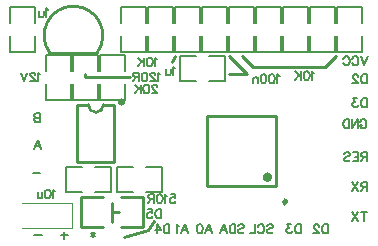
<source format=gbo>
G04 Layer: BottomSilkLayer*
G04 EasyEDA v6.3.22, 2020-04-13T19:48:14+03:00*
G04 c1887ebba72c451f92d8c784103bdae8,b00fa10de7d64fab8ce431aff4cbea96,10*
G04 Gerber Generator version 0.2*
G04 Scale: 100 percent, Rotated: No, Reflected: No *
G04 Dimensions in inches *
G04 leading zeros omitted , absolute positions ,2 integer and 4 decimal *
%FSLAX24Y24*%
%MOIN*%
G90*
G70D02*

%ADD10C,0.010000*%
%ADD32C,0.007870*%
%ADD33C,0.008000*%
%ADD37C,0.004724*%
%ADD38C,0.011811*%
%ADD39C,0.015748*%

%LPD*%
G54D10*
G01X7919Y6919D02*
G01X8280Y6559D01*
G01X10680Y6559D01*
G01X11039Y6919D01*
G01X7500Y6900D02*
G01X8100Y6300D01*
G01X8100Y6300D02*
G01X7500Y6300D01*
G01X5600Y6700D02*
G01X5700Y6900D01*
G01X4200Y6200D02*
G01X2700Y6200D01*
G01X2700Y6300D01*
G01X4980Y1400D02*
G01X4800Y1100D01*
G01X4000Y880D01*
G01X9061Y4901D02*
G01X9061Y2578D01*
G01X6738Y2578D01*
G01X6738Y4901D01*
G01X9061Y4901D01*
G54D32*
G01X6381Y6092D02*
G01X5861Y6092D01*
G01X5861Y6907D01*
G01X6381Y6907D01*
G01X6827Y6092D02*
G01X7346Y6092D01*
G01X7346Y6907D01*
G01X6827Y6907D01*
G01X10107Y7581D02*
G01X10107Y7061D01*
G01X9292Y7061D01*
G01X9292Y7581D01*
G01X10107Y8027D02*
G01X10107Y8546D01*
G01X9292Y8546D01*
G01X9292Y8027D01*
G01X7407Y7581D02*
G01X7407Y7061D01*
G01X6592Y7061D01*
G01X6592Y7581D01*
G01X7407Y8027D02*
G01X7407Y8546D01*
G01X6592Y8546D01*
G01X6592Y8027D01*
G01X9207Y7581D02*
G01X9207Y7061D01*
G01X8392Y7061D01*
G01X8392Y7581D01*
G01X9207Y8027D02*
G01X9207Y8546D01*
G01X8392Y8546D01*
G01X8392Y8027D01*
G01X8307Y7581D02*
G01X8307Y7061D01*
G01X7492Y7061D01*
G01X7492Y7581D01*
G01X8307Y8027D02*
G01X8307Y8546D01*
G01X7492Y8546D01*
G01X7492Y8027D01*
G01X11907Y7581D02*
G01X11907Y7061D01*
G01X11092Y7061D01*
G01X11092Y7581D01*
G01X11907Y8027D02*
G01X11907Y8546D01*
G01X11092Y8546D01*
G01X11092Y8027D01*
G01X11007Y7581D02*
G01X11007Y7061D01*
G01X10192Y7061D01*
G01X10192Y7581D01*
G01X11007Y8027D02*
G01X11007Y8546D01*
G01X10192Y8546D01*
G01X10192Y8027D01*
G01X6507Y7581D02*
G01X6507Y7061D01*
G01X5692Y7061D01*
G01X5692Y7581D01*
G01X6507Y8027D02*
G01X6507Y8546D01*
G01X5692Y8546D01*
G01X5692Y8027D01*
G01X192Y8018D02*
G01X192Y8538D01*
G01X1007Y8538D01*
G01X1007Y8018D01*
G01X192Y7572D02*
G01X192Y7053D01*
G01X1007Y7053D01*
G01X1007Y7572D01*
G01X4718Y3207D02*
G01X5238Y3207D01*
G01X5238Y2392D01*
G01X4718Y2392D01*
G01X4272Y3207D02*
G01X3753Y3207D01*
G01X3753Y2392D01*
G01X4272Y2392D01*
G54D10*
G01X3900Y2200D02*
G01X4627Y2200D01*
G01X4627Y1200D01*
G01X3900Y1200D01*
G01X3300Y1200D02*
G01X2568Y1200D01*
G01X2568Y2200D01*
G01X3300Y2200D01*
G01X3596Y1396D02*
G01X3596Y2007D01*
G01X3828Y1707D02*
G01X3600Y1707D01*
G01X1520Y7009D02*
G01X3079Y7009D01*
G54D32*
G01X3892Y8027D02*
G01X3892Y8546D01*
G01X4707Y8546D01*
G01X4707Y8027D01*
G01X3892Y7581D02*
G01X3892Y7061D01*
G01X4707Y7061D01*
G01X4707Y7581D01*
G01X5607Y7581D02*
G01X5607Y7061D01*
G01X4792Y7061D01*
G01X4792Y7581D01*
G01X5607Y8027D02*
G01X5607Y8546D01*
G01X4792Y8546D01*
G01X4792Y8027D01*
G01X3192Y6418D02*
G01X3192Y6938D01*
G01X4007Y6938D01*
G01X4007Y6418D01*
G01X3192Y5972D02*
G01X3192Y5453D01*
G01X4007Y5453D01*
G01X4007Y5972D01*
G01X2292Y6418D02*
G01X2292Y6938D01*
G01X3107Y6938D01*
G01X3107Y6418D01*
G01X2292Y5972D02*
G01X2292Y5453D01*
G01X3107Y5453D01*
G01X3107Y5972D01*
G01X1392Y6418D02*
G01X1392Y6938D01*
G01X2207Y6938D01*
G01X2207Y6418D01*
G01X1392Y5972D02*
G01X1392Y5453D01*
G01X2207Y5453D01*
G01X2207Y5972D01*
G54D10*
G01X3669Y5290D02*
G01X3669Y3390D01*
G01X2430Y3390D01*
G01X2430Y5290D01*
G01X2430Y5290D02*
G01X2800Y5290D01*
G01X3300Y5290D02*
G01X3669Y5290D01*
G54D32*
G01X2581Y2392D02*
G01X2061Y2392D01*
G01X2061Y3207D01*
G01X2581Y3207D01*
G01X3027Y2392D02*
G01X3546Y2392D01*
G01X3546Y3207D01*
G01X3027Y3207D01*
G54D37*
G01X573Y1186D02*
G01X2246Y1186D01*
G01X2246Y2013D01*
G01X573Y2013D01*
G54D33*
G01X10771Y1299D02*
G01X10771Y1013D01*
G01X10771Y1299D02*
G01X10676Y1299D01*
G01X10635Y1286D01*
G01X10608Y1259D01*
G01X10594Y1231D01*
G01X10580Y1190D01*
G01X10580Y1122D01*
G01X10594Y1081D01*
G01X10608Y1054D01*
G01X10635Y1027D01*
G01X10676Y1013D01*
G01X10771Y1013D01*
G01X10477Y1231D02*
G01X10477Y1245D01*
G01X10463Y1272D01*
G01X10450Y1286D01*
G01X10422Y1299D01*
G01X10368Y1299D01*
G01X10340Y1286D01*
G01X10327Y1272D01*
G01X10313Y1245D01*
G01X10313Y1218D01*
G01X10327Y1190D01*
G01X10354Y1149D01*
G01X10490Y1013D01*
G01X10300Y1013D01*
G01X9871Y1299D02*
G01X9871Y1013D01*
G01X9871Y1299D02*
G01X9776Y1299D01*
G01X9735Y1286D01*
G01X9708Y1259D01*
G01X9694Y1231D01*
G01X9680Y1190D01*
G01X9680Y1122D01*
G01X9694Y1081D01*
G01X9708Y1054D01*
G01X9735Y1027D01*
G01X9776Y1013D01*
G01X9871Y1013D01*
G01X9563Y1299D02*
G01X9413Y1299D01*
G01X9495Y1190D01*
G01X9454Y1190D01*
G01X9427Y1177D01*
G01X9413Y1163D01*
G01X9400Y1122D01*
G01X9400Y1095D01*
G01X9413Y1054D01*
G01X9440Y1027D01*
G01X9481Y1013D01*
G01X9522Y1013D01*
G01X9563Y1027D01*
G01X9577Y1040D01*
G01X9590Y1068D01*
G01X8748Y1259D02*
G01X8775Y1286D01*
G01X8816Y1299D01*
G01X8870Y1299D01*
G01X8911Y1286D01*
G01X8939Y1259D01*
G01X8939Y1231D01*
G01X8925Y1204D01*
G01X8911Y1190D01*
G01X8884Y1177D01*
G01X8802Y1149D01*
G01X8775Y1136D01*
G01X8761Y1122D01*
G01X8748Y1095D01*
G01X8748Y1054D01*
G01X8775Y1027D01*
G01X8816Y1013D01*
G01X8870Y1013D01*
G01X8911Y1027D01*
G01X8939Y1054D01*
G01X8453Y1231D02*
G01X8467Y1259D01*
G01X8494Y1286D01*
G01X8521Y1299D01*
G01X8576Y1299D01*
G01X8603Y1286D01*
G01X8630Y1259D01*
G01X8644Y1231D01*
G01X8658Y1190D01*
G01X8658Y1122D01*
G01X8644Y1081D01*
G01X8630Y1054D01*
G01X8603Y1027D01*
G01X8576Y1013D01*
G01X8521Y1013D01*
G01X8494Y1027D01*
G01X8467Y1054D01*
G01X8453Y1081D01*
G01X8363Y1299D02*
G01X8363Y1013D01*
G01X8363Y1013D02*
G01X8199Y1013D01*
G01X7789Y1259D02*
G01X7816Y1286D01*
G01X7857Y1299D01*
G01X7911Y1299D01*
G01X7952Y1286D01*
G01X7980Y1259D01*
G01X7980Y1231D01*
G01X7966Y1204D01*
G01X7952Y1190D01*
G01X7925Y1177D01*
G01X7843Y1149D01*
G01X7816Y1136D01*
G01X7802Y1122D01*
G01X7789Y1095D01*
G01X7789Y1054D01*
G01X7816Y1027D01*
G01X7857Y1013D01*
G01X7911Y1013D01*
G01X7952Y1027D01*
G01X7980Y1054D01*
G01X7699Y1299D02*
G01X7699Y1013D01*
G01X7699Y1299D02*
G01X7603Y1299D01*
G01X7562Y1286D01*
G01X7535Y1259D01*
G01X7521Y1231D01*
G01X7508Y1190D01*
G01X7508Y1122D01*
G01X7521Y1081D01*
G01X7535Y1054D01*
G01X7562Y1027D01*
G01X7603Y1013D01*
G01X7699Y1013D01*
G01X7309Y1299D02*
G01X7418Y1013D01*
G01X7309Y1299D02*
G01X7200Y1013D01*
G01X7377Y1109D02*
G01X7240Y1109D01*
G01X6811Y1303D02*
G01X6920Y1017D01*
G01X6811Y1303D02*
G01X6702Y1017D01*
G01X6879Y1113D02*
G01X6742Y1113D01*
G01X6530Y1303D02*
G01X6571Y1290D01*
G01X6598Y1249D01*
G01X6612Y1181D01*
G01X6612Y1140D01*
G01X6598Y1072D01*
G01X6571Y1031D01*
G01X6530Y1017D01*
G01X6502Y1017D01*
G01X6462Y1031D01*
G01X6434Y1072D01*
G01X6421Y1140D01*
G01X6421Y1181D01*
G01X6434Y1249D01*
G01X6462Y1290D01*
G01X6502Y1303D01*
G01X6530Y1303D01*
G01X6010Y1303D02*
G01X6119Y1017D01*
G01X6010Y1303D02*
G01X5901Y1017D01*
G01X6078Y1113D02*
G01X5942Y1113D01*
G01X5811Y1249D02*
G01X5784Y1263D01*
G01X5743Y1303D01*
G01X5743Y1017D01*
G01X5499Y1303D02*
G01X5499Y1017D01*
G01X5499Y1303D02*
G01X5404Y1303D01*
G01X5363Y1290D01*
G01X5335Y1263D01*
G01X5322Y1235D01*
G01X5308Y1194D01*
G01X5308Y1126D01*
G01X5322Y1085D01*
G01X5335Y1058D01*
G01X5363Y1031D01*
G01X5404Y1017D01*
G01X5499Y1017D01*
G01X5082Y1303D02*
G01X5218Y1113D01*
G01X5014Y1113D01*
G01X5082Y1303D02*
G01X5082Y1017D01*
G01X5219Y1803D02*
G01X5219Y1517D01*
G01X5219Y1803D02*
G01X5124Y1803D01*
G01X5083Y1790D01*
G01X5056Y1763D01*
G01X5042Y1735D01*
G01X5028Y1694D01*
G01X5028Y1626D01*
G01X5042Y1585D01*
G01X5056Y1558D01*
G01X5083Y1531D01*
G01X5124Y1517D01*
G01X5219Y1517D01*
G01X4775Y1803D02*
G01X4911Y1803D01*
G01X4925Y1681D01*
G01X4911Y1694D01*
G01X4870Y1708D01*
G01X4829Y1708D01*
G01X4788Y1694D01*
G01X4761Y1667D01*
G01X4748Y1626D01*
G01X4748Y1599D01*
G01X4761Y1558D01*
G01X4788Y1531D01*
G01X4829Y1517D01*
G01X4870Y1517D01*
G01X4911Y1531D01*
G01X4925Y1544D01*
G01X4938Y1572D01*
G01X1997Y1062D02*
G01X1997Y817D01*
G01X2119Y940D02*
G01X1874Y940D01*
G01X1240Y939D02*
G01X994Y939D01*
G01X12071Y6299D02*
G01X12071Y6013D01*
G01X12071Y6299D02*
G01X11976Y6299D01*
G01X11935Y6286D01*
G01X11908Y6259D01*
G01X11894Y6231D01*
G01X11880Y6190D01*
G01X11880Y6122D01*
G01X11894Y6081D01*
G01X11908Y6054D01*
G01X11935Y6027D01*
G01X11976Y6013D01*
G01X12071Y6013D01*
G01X11777Y6231D02*
G01X11777Y6245D01*
G01X11763Y6272D01*
G01X11750Y6286D01*
G01X11722Y6299D01*
G01X11668Y6299D01*
G01X11640Y6286D01*
G01X11627Y6272D01*
G01X11613Y6245D01*
G01X11613Y6218D01*
G01X11627Y6190D01*
G01X11654Y6149D01*
G01X11790Y6013D01*
G01X11600Y6013D01*
G01X12071Y5499D02*
G01X12071Y5213D01*
G01X12071Y5499D02*
G01X11976Y5499D01*
G01X11935Y5486D01*
G01X11908Y5459D01*
G01X11894Y5431D01*
G01X11880Y5390D01*
G01X11880Y5322D01*
G01X11894Y5281D01*
G01X11908Y5254D01*
G01X11935Y5227D01*
G01X11976Y5213D01*
G01X12071Y5213D01*
G01X11763Y5499D02*
G01X11613Y5499D01*
G01X11695Y5390D01*
G01X11654Y5390D01*
G01X11627Y5377D01*
G01X11613Y5363D01*
G01X11600Y5322D01*
G01X11600Y5295D01*
G01X11613Y5254D01*
G01X11640Y5227D01*
G01X11681Y5213D01*
G01X11722Y5213D01*
G01X11763Y5227D01*
G01X11777Y5240D01*
G01X11790Y5268D01*
G01X11861Y4731D02*
G01X11875Y4759D01*
G01X11902Y4786D01*
G01X11930Y4799D01*
G01X11984Y4799D01*
G01X12011Y4786D01*
G01X12039Y4759D01*
G01X12052Y4731D01*
G01X12066Y4690D01*
G01X12066Y4622D01*
G01X12052Y4581D01*
G01X12039Y4554D01*
G01X12011Y4527D01*
G01X11984Y4513D01*
G01X11930Y4513D01*
G01X11902Y4527D01*
G01X11875Y4554D01*
G01X11861Y4581D01*
G01X11861Y4622D01*
G01X11930Y4622D02*
G01X11861Y4622D01*
G01X11772Y4799D02*
G01X11772Y4513D01*
G01X11772Y4799D02*
G01X11581Y4513D01*
G01X11581Y4799D02*
G01X11581Y4513D01*
G01X11491Y4799D02*
G01X11491Y4513D01*
G01X11491Y4799D02*
G01X11395Y4799D01*
G01X11354Y4786D01*
G01X11327Y4759D01*
G01X11313Y4731D01*
G01X11300Y4690D01*
G01X11300Y4622D01*
G01X11313Y4581D01*
G01X11327Y4554D01*
G01X11354Y4527D01*
G01X11395Y4513D01*
G01X11491Y4513D01*
G01X12107Y6899D02*
G01X11998Y6613D01*
G01X11889Y6899D02*
G01X11998Y6613D01*
G01X11594Y6831D02*
G01X11608Y6859D01*
G01X11635Y6886D01*
G01X11662Y6899D01*
G01X11717Y6899D01*
G01X11744Y6886D01*
G01X11771Y6859D01*
G01X11785Y6831D01*
G01X11798Y6790D01*
G01X11798Y6722D01*
G01X11785Y6681D01*
G01X11771Y6654D01*
G01X11744Y6627D01*
G01X11717Y6613D01*
G01X11662Y6613D01*
G01X11635Y6627D01*
G01X11608Y6654D01*
G01X11594Y6681D01*
G01X11299Y6831D02*
G01X11313Y6859D01*
G01X11340Y6886D01*
G01X11368Y6899D01*
G01X11422Y6899D01*
G01X11449Y6886D01*
G01X11477Y6859D01*
G01X11490Y6831D01*
G01X11504Y6790D01*
G01X11504Y6722D01*
G01X11490Y6681D01*
G01X11477Y6654D01*
G01X11449Y6627D01*
G01X11422Y6613D01*
G01X11368Y6613D01*
G01X11340Y6627D01*
G01X11313Y6654D01*
G01X11299Y6681D01*
G01X12071Y3699D02*
G01X12071Y3413D01*
G01X12071Y3699D02*
G01X11949Y3699D01*
G01X11908Y3686D01*
G01X11894Y3672D01*
G01X11881Y3645D01*
G01X11881Y3618D01*
G01X11894Y3590D01*
G01X11908Y3577D01*
G01X11949Y3563D01*
G01X12071Y3563D01*
G01X11976Y3563D02*
G01X11881Y3413D01*
G01X11791Y3699D02*
G01X11791Y3413D01*
G01X11791Y3699D02*
G01X11613Y3699D01*
G01X11791Y3563D02*
G01X11681Y3563D01*
G01X11791Y3413D02*
G01X11613Y3413D01*
G01X11332Y3658D02*
G01X11360Y3686D01*
G01X11401Y3699D01*
G01X11455Y3699D01*
G01X11496Y3686D01*
G01X11523Y3658D01*
G01X11523Y3631D01*
G01X11510Y3604D01*
G01X11496Y3590D01*
G01X11469Y3577D01*
G01X11387Y3549D01*
G01X11360Y3536D01*
G01X11346Y3522D01*
G01X11332Y3495D01*
G01X11332Y3454D01*
G01X11360Y3427D01*
G01X11401Y3413D01*
G01X11455Y3413D01*
G01X11496Y3427D01*
G01X11523Y3454D01*
G01X11976Y1699D02*
G01X11976Y1413D01*
G01X12071Y1699D02*
G01X11881Y1699D01*
G01X11791Y1699D02*
G01X11600Y1413D01*
G01X11600Y1699D02*
G01X11791Y1413D01*
G01X12071Y2699D02*
G01X12071Y2413D01*
G01X12071Y2699D02*
G01X11949Y2699D01*
G01X11908Y2686D01*
G01X11894Y2672D01*
G01X11881Y2645D01*
G01X11881Y2618D01*
G01X11894Y2590D01*
G01X11908Y2577D01*
G01X11949Y2563D01*
G01X12071Y2563D01*
G01X11976Y2563D02*
G01X11881Y2413D01*
G01X11791Y2699D02*
G01X11600Y2413D01*
G01X11600Y2699D02*
G01X11791Y2413D01*
G01X5100Y6809D02*
G01X5072Y6822D01*
G01X5031Y6863D01*
G01X5031Y6577D01*
G01X4860Y6863D02*
G01X4900Y6850D01*
G01X4928Y6809D01*
G01X4941Y6740D01*
G01X4941Y6700D01*
G01X4928Y6631D01*
G01X4900Y6590D01*
G01X4860Y6577D01*
G01X4832Y6577D01*
G01X4791Y6590D01*
G01X4764Y6631D01*
G01X4750Y6700D01*
G01X4750Y6740D01*
G01X4764Y6809D01*
G01X4791Y6850D01*
G01X4832Y6863D01*
G01X4860Y6863D01*
G01X4660Y6863D02*
G01X4660Y6577D01*
G01X4469Y6863D02*
G01X4660Y6672D01*
G01X4592Y6740D02*
G01X4469Y6577D01*
G01X5700Y6509D02*
G01X5673Y6522D01*
G01X5632Y6563D01*
G01X5632Y6277D01*
G01X5542Y6468D02*
G01X5542Y6332D01*
G01X5528Y6291D01*
G01X5501Y6277D01*
G01X5460Y6277D01*
G01X5433Y6291D01*
G01X5392Y6332D01*
G01X5392Y6468D02*
G01X5392Y6277D01*
G01X1468Y8445D02*
G01X1440Y8458D01*
G01X1399Y8499D01*
G01X1399Y8213D01*
G01X1309Y8404D02*
G01X1309Y8268D01*
G01X1296Y8227D01*
G01X1269Y8213D01*
G01X1228Y8213D01*
G01X1200Y8227D01*
G01X1159Y8268D01*
G01X1159Y8404D02*
G01X1159Y8213D01*
G01X10329Y6345D02*
G01X10302Y6359D01*
G01X10261Y6399D01*
G01X10261Y6113D01*
G01X10089Y6399D02*
G01X10130Y6386D01*
G01X10158Y6345D01*
G01X10171Y6277D01*
G01X10171Y6236D01*
G01X10158Y6168D01*
G01X10130Y6127D01*
G01X10089Y6113D01*
G01X10062Y6113D01*
G01X10021Y6127D01*
G01X9994Y6168D01*
G01X9980Y6236D01*
G01X9980Y6277D01*
G01X9994Y6345D01*
G01X10021Y6386D01*
G01X10062Y6399D01*
G01X10089Y6399D01*
G01X9890Y6399D02*
G01X9890Y6113D01*
G01X9699Y6399D02*
G01X9890Y6209D01*
G01X9822Y6277D02*
G01X9699Y6113D01*
G01X9170Y6245D02*
G01X9142Y6258D01*
G01X9101Y6299D01*
G01X9101Y6013D01*
G01X8930Y6299D02*
G01X8971Y6286D01*
G01X8998Y6245D01*
G01X9011Y6177D01*
G01X9011Y6136D01*
G01X8998Y6068D01*
G01X8971Y6027D01*
G01X8930Y6013D01*
G01X8902Y6013D01*
G01X8861Y6027D01*
G01X8834Y6068D01*
G01X8821Y6136D01*
G01X8821Y6177D01*
G01X8834Y6245D01*
G01X8861Y6286D01*
G01X8902Y6299D01*
G01X8930Y6299D01*
G01X8649Y6299D02*
G01X8690Y6286D01*
G01X8717Y6245D01*
G01X8731Y6177D01*
G01X8731Y6136D01*
G01X8717Y6068D01*
G01X8690Y6027D01*
G01X8649Y6013D01*
G01X8621Y6013D01*
G01X8581Y6027D01*
G01X8553Y6068D01*
G01X8540Y6136D01*
G01X8540Y6177D01*
G01X8553Y6245D01*
G01X8581Y6286D01*
G01X8621Y6299D01*
G01X8649Y6299D01*
G01X8450Y6204D02*
G01X8450Y6013D01*
G01X8450Y6149D02*
G01X8409Y6190D01*
G01X8381Y6204D01*
G01X8341Y6204D01*
G01X8313Y6190D01*
G01X8300Y6149D01*
G01X8300Y6013D01*
G01X5547Y2299D02*
G01X5683Y2299D01*
G01X5697Y2177D01*
G01X5683Y2190D01*
G01X5642Y2204D01*
G01X5601Y2204D01*
G01X5560Y2190D01*
G01X5533Y2163D01*
G01X5519Y2122D01*
G01X5519Y2095D01*
G01X5533Y2054D01*
G01X5560Y2027D01*
G01X5601Y2013D01*
G01X5642Y2013D01*
G01X5683Y2027D01*
G01X5697Y2040D01*
G01X5710Y2068D01*
G01X5429Y2245D02*
G01X5402Y2258D01*
G01X5361Y2299D01*
G01X5361Y2013D01*
G01X5189Y2299D02*
G01X5230Y2286D01*
G01X5258Y2245D01*
G01X5271Y2177D01*
G01X5271Y2136D01*
G01X5258Y2068D01*
G01X5230Y2027D01*
G01X5189Y2013D01*
G01X5162Y2013D01*
G01X5121Y2027D01*
G01X5094Y2068D01*
G01X5080Y2136D01*
G01X5080Y2177D01*
G01X5094Y2245D01*
G01X5121Y2286D01*
G01X5162Y2299D01*
G01X5189Y2299D01*
G01X4990Y2299D02*
G01X4990Y2013D01*
G01X4990Y2299D02*
G01X4868Y2299D01*
G01X4827Y2286D01*
G01X4813Y2272D01*
G01X4799Y2245D01*
G01X4799Y2218D01*
G01X4813Y2190D01*
G01X4827Y2177D01*
G01X4868Y2163D01*
G01X4990Y2163D01*
G01X4895Y2163D02*
G01X4799Y2013D01*
G01X1200Y6309D02*
G01X1173Y6323D01*
G01X1132Y6364D01*
G01X1132Y6077D01*
G01X1028Y6295D02*
G01X1028Y6309D01*
G01X1015Y6336D01*
G01X1001Y6350D01*
G01X974Y6364D01*
G01X919Y6364D01*
G01X892Y6350D01*
G01X878Y6336D01*
G01X865Y6309D01*
G01X865Y6282D01*
G01X878Y6255D01*
G01X905Y6214D01*
G01X1042Y6077D01*
G01X851Y6077D01*
G01X761Y6364D02*
G01X652Y6077D01*
G01X543Y6364D02*
G01X652Y6077D01*
G01X1191Y4999D02*
G01X1191Y4713D01*
G01X1191Y4999D02*
G01X1068Y4999D01*
G01X1027Y4986D01*
G01X1013Y4972D01*
G01X1000Y4945D01*
G01X1000Y4918D01*
G01X1013Y4890D01*
G01X1027Y4877D01*
G01X1068Y4863D01*
G01X1191Y4863D02*
G01X1068Y4863D01*
G01X1027Y4849D01*
G01X1013Y4836D01*
G01X1000Y4809D01*
G01X1000Y4768D01*
G01X1013Y4740D01*
G01X1027Y4727D01*
G01X1068Y4713D01*
G01X1191Y4713D01*
G01X1109Y4099D02*
G01X1218Y3813D01*
G01X1109Y4099D02*
G01X1000Y3813D01*
G01X1177Y3909D02*
G01X1041Y3909D01*
G01X5200Y6309D02*
G01X5172Y6322D01*
G01X5131Y6363D01*
G01X5131Y6077D01*
G01X5028Y6295D02*
G01X5028Y6309D01*
G01X5014Y6336D01*
G01X5000Y6350D01*
G01X4973Y6363D01*
G01X4919Y6363D01*
G01X4891Y6350D01*
G01X4878Y6336D01*
G01X4864Y6309D01*
G01X4864Y6281D01*
G01X4878Y6254D01*
G01X4905Y6213D01*
G01X5041Y6077D01*
G01X4850Y6077D01*
G01X4679Y6363D02*
G01X4720Y6350D01*
G01X4747Y6309D01*
G01X4760Y6240D01*
G01X4760Y6200D01*
G01X4747Y6131D01*
G01X4720Y6090D01*
G01X4679Y6077D01*
G01X4651Y6077D01*
G01X4610Y6090D01*
G01X4583Y6131D01*
G01X4570Y6200D01*
G01X4570Y6240D01*
G01X4583Y6309D01*
G01X4610Y6350D01*
G01X4651Y6363D01*
G01X4679Y6363D01*
G01X4480Y6363D02*
G01X4480Y6077D01*
G01X4480Y6363D02*
G01X4357Y6363D01*
G01X4316Y6350D01*
G01X4302Y6336D01*
G01X4289Y6309D01*
G01X4289Y6281D01*
G01X4302Y6254D01*
G01X4316Y6240D01*
G01X4357Y6227D01*
G01X4480Y6227D01*
G01X4384Y6227D02*
G01X4289Y6077D01*
G01X5086Y5895D02*
G01X5086Y5909D01*
G01X5072Y5936D01*
G01X5059Y5950D01*
G01X5031Y5963D01*
G01X4977Y5963D01*
G01X4950Y5950D01*
G01X4936Y5936D01*
G01X4922Y5909D01*
G01X4922Y5881D01*
G01X4936Y5854D01*
G01X4963Y5813D01*
G01X5100Y5677D01*
G01X4909Y5677D01*
G01X4737Y5963D02*
G01X4778Y5950D01*
G01X4805Y5909D01*
G01X4819Y5840D01*
G01X4819Y5800D01*
G01X4805Y5731D01*
G01X4778Y5690D01*
G01X4737Y5677D01*
G01X4710Y5677D01*
G01X4669Y5690D01*
G01X4641Y5731D01*
G01X4628Y5800D01*
G01X4628Y5840D01*
G01X4641Y5909D01*
G01X4669Y5950D01*
G01X4710Y5963D01*
G01X4737Y5963D01*
G01X4538Y5963D02*
G01X4538Y5677D01*
G01X4347Y5963D02*
G01X4538Y5772D01*
G01X4470Y5840D02*
G01X4347Y5677D01*
G01X2948Y1040D02*
G01X2948Y876D01*
G01X3016Y999D02*
G01X2879Y917D01*
G01X2879Y999D02*
G01X3016Y917D01*
G01X1200Y3000D02*
G01X954Y3000D01*
G01X1700Y2409D02*
G01X1672Y2422D01*
G01X1631Y2463D01*
G01X1631Y2177D01*
G01X1459Y2463D02*
G01X1500Y2450D01*
G01X1528Y2409D01*
G01X1541Y2340D01*
G01X1541Y2300D01*
G01X1528Y2231D01*
G01X1500Y2190D01*
G01X1459Y2177D01*
G01X1432Y2177D01*
G01X1391Y2190D01*
G01X1364Y2231D01*
G01X1350Y2300D01*
G01X1350Y2340D01*
G01X1364Y2409D01*
G01X1391Y2450D01*
G01X1432Y2463D01*
G01X1459Y2463D01*
G01X1260Y2368D02*
G01X1260Y2231D01*
G01X1247Y2190D01*
G01X1219Y2177D01*
G01X1179Y2177D01*
G01X1151Y2190D01*
G01X1110Y2231D01*
G01X1110Y2368D02*
G01X1110Y2177D01*
G54D38*
G75*
G01X9357Y2106D02*
G02X9356Y2106I0J-59D01*
G01*
G54D39*
G75*
G01X8766Y2953D02*
G02X8765Y2953I-1J-79D01*
G01*
G54D10*
G75*
G01X1520Y7009D02*
G02X3080Y7009I780J590D01*
G01*
G75*
G01X2800Y5290D02*
G03X3300Y5290I250J0D01*
G01*
G75*
G01X3975Y5380D02*
G03X3975Y5380I-75J0D01*
G01*
M00*
M02*

</source>
